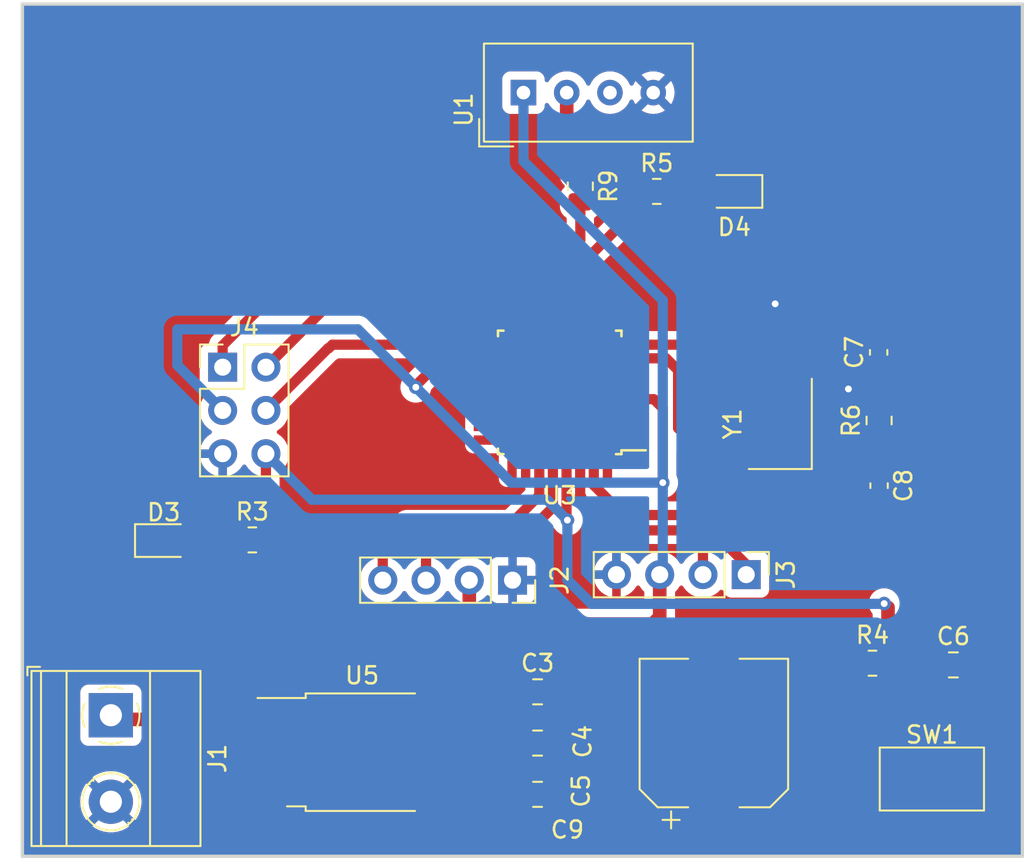
<source format=kicad_pcb>
(kicad_pcb (version 20221018) (generator pcbnew)
  (layers (0 "F.Cu" signal) (31 "B.Cu" signal) (34 "B.Paste" user) (35 "F.Paste" user) (36 "B.SilkS" user "B.Silkscreen") (37 "F.SilkS" user "F.Silkscreen") (38 "B.Mask" user) (39 "F.Mask" user) (44 "Edge.Cuts" user))
  (net 0 "")
  (net 1 "+5V")
  (net 2 "GND")
  (net 3 "RESET")
  (net 4 "XTAL2")
  (net 5 "XTAL1")
  (net 6 "Net-(D3-A)")
  (net 7 "Net-(D4-A)")
  (net 8 "VIN")
  (net 9 "SCL")
  (net 10 "SDA")
  (net 11 "TXD")
  (net 12 "RXD")
  (net 13 "MISO")
  (net 14 "SCK")
  (net 15 "MOSI")
  (net 16 "LED")
  (net 17 "Net-(U1-IO)")
  (net 18 "PD1")
  (footprint "Connector_PinHeader_2.54mm:PinHeader_2x03_P2.54mm_Vertical" (layer "F.Cu") (at 127.735 86.82)
    (fp_text reference "J4" (at 1.27 -2.33) (layer "F.SilkS"))
    (fp_text value "ISP")
    (fp_line (start -1.33 -1.33) (end 0 -1.33) (stroke (width 0.12)) (layer "F.SilkS"))
    (fp_line (start -1.33 0) (end -1.33 -1.33) (stroke (width 0.12)) (layer "F.SilkS"))
    (fp_line (start -1.33 1.27) (end -1.33 6.41) (stroke (width 0.12)) (layer "F.SilkS"))
    (fp_line (start -1.33 1.27) (end 1.27 1.27) (stroke (width 0.12)) (layer "F.SilkS"))
    (fp_line (start -1.33 6.41) (end 3.87 6.41) (stroke (width 0.12)) (layer "F.SilkS"))
    (fp_line (start 1.27 -1.33) (end 3.87 -1.33) (stroke (width 0.12)) (layer "F.SilkS"))
    (fp_line (start 1.27 1.27) (end 1.27 -1.33) (stroke (width 0.12)) (layer "F.SilkS"))
    (fp_line (start 3.87 -1.33) (end 3.87 6.41) (stroke (width 0.12)) (layer "F.SilkS"))
    (pad "1" thru_hole rect (at 0 0) (size 1.7 1.7) (drill 1) (layers "*.Cu" "*.Mask") (net 15 "MOSI"))
    (pad "2" thru_hole oval (at 2.54 0) (size 1.7 1.7) (drill 1) (layers "*.Cu" "*.Mask") (net 13 "MISO"))
    (pad "3" thru_hole oval (at 0 2.54) (size 1.7 1.7) (drill 1) (layers "*.Cu" "*.Mask") (net 1 "+5V"))
    (pad "4" thru_hole oval (at 2.54 2.54) (size 1.7 1.7) (drill 1) (layers "*.Cu" "*.Mask") (net 14 "SCK"))
    (pad "5" thru_hole oval (at 0 5.08) (size 1.7 1.7) (drill 1) (layers "*.Cu" "*.Mask") (net 2 "GND"))
    (pad "6" thru_hole oval (at 2.54 5.08) (size 1.7 1.7) (drill 1) (layers "*.Cu" "*.Mask") (net 3 "RESET"))
  )
  (footprint "TerminalBlock_Phoenix:TerminalBlock_Phoenix_MKDS-1,5-2-5.08_1x02_P5.08mm_Horizontal" (layer "F.Cu") (at 121.17 107.255 -90)
    (fp_text reference "J1" (at 2.54 -6.26 90) (layer "F.SilkS"))
    (fp_text value "Conn_01x02")
    (fp_line (start -2.84 4.16) (end -2.84 4.9) (stroke (width 0.12)) (layer "F.SilkS"))
    (fp_line (start -2.84 4.9) (end -2.34 4.9) (stroke (width 0.12)) (layer "F.SilkS"))
    (fp_line (start -2.6 -5.261) (end -2.6 4.66) (stroke (width 0.12)) (layer "F.SilkS"))
    (fp_line (start -2.6 -5.261) (end 7.68 -5.261) (stroke (width 0.12)) (layer "F.SilkS"))
    (fp_line (start -2.6 -2.301) (end 7.68 -2.301) (stroke (width 0.12)) (layer "F.SilkS"))
    (fp_line (start -2.6 2.6) (end 7.68 2.6) (stroke (width 0.12)) (layer "F.SilkS"))
    (fp_line (start -2.6 4.1) (end 7.68 4.1) (stroke (width 0.12)) (layer "F.SilkS"))
    (fp_line (start -2.6 4.66) (end 7.68 4.66) (stroke (width 0.12)) (layer "F.SilkS"))
    (fp_line (start 3.853 1.023) (end 3.806 1.069) (stroke (width 0.12)) (layer "F.SilkS"))
    (fp_line (start 4.046 1.239) (end 4.011 1.274) (stroke (width 0.12)) (layer "F.SilkS"))
    (fp_line (start 6.15 -1.275) (end 6.115 -1.239) (stroke (width 0.12)) (layer "F.SilkS"))
    (fp_line (start 6.355 -1.069) (end 6.308 -1.023) (stroke (width 0.12)) (layer "F.SilkS"))
    (fp_line (start 7.68 -5.261) (end 7.68 4.66) (stroke (width 0.12)) (layer "F.SilkS"))
    (fp_arc (start -1.535427 0.683042) (mid -1.680501 -0.000524) (end -1.535 -0.684) (stroke (width 0.12)) (layer "F.SilkS"))
    (fp_arc (start -0.683042 -1.535427) (mid 0.000524 -1.680501) (end 0.684 -1.535) (stroke (width 0.12)) (layer "F.SilkS"))
    (fp_arc (start 0.028805 1.680253) (mid -0.335551 1.646659) (end -0.684 1.535) (stroke (width 0.12)) (layer "F.SilkS"))
    (fp_arc (start 0.683318 1.534756) (mid 0.349292 1.643288) (end 0 1.68) (stroke (width 0.12)) (layer "F.SilkS"))
    (fp_arc (start 1.535427 -0.683042) (mid 1.680501 0.000524) (end 1.535 0.684) (stroke (width 0.12)) (layer "F.SilkS"))
    (fp_circle (center 5.08 0) (end 6.76 0) (stroke (width 0.12)) (fill none) (layer "F.SilkS"))
    (pad "1" thru_hole rect (at 0 0 270) (size 2.6 2.6) (drill 1.3) (layers "*.Cu" "*.Mask") (net 8 "VIN"))
    (pad "2" thru_hole circle (at 5.08 0 270) (size 2.6 2.6) (drill 1.3) (layers "*.Cu" "*.Mask") (net 2 "GND"))
  )
  (footprint "Resistor_SMD:R_0805_2012Metric" (layer "F.Cu") (at 166.275 89.95 90)
    (fp_text reference "R6" (at 0 -1.65 90) (layer "F.SilkS"))
    (fp_text value "1M")
    (fp_line (start -0.227064 -0.735) (end 0.227064 -0.735) (stroke (width 0.12)) (layer "F.SilkS"))
    (fp_line (start -0.227064 0.735) (end 0.227064 0.735) (stroke (width 0.12)) (layer "F.SilkS"))
    (pad "1" smd roundrect (at -0.9125 0 90) (size 1.025 1.4) (layers "F.Cu" "F.Paste" "F.Mask") (roundrect_rratio 0.243902) (net 5 "XTAL1"))
    (pad "2" smd roundrect (at 0.9125 0 90) (size 1.025 1.4) (layers "F.Cu" "F.Paste" "F.Mask") (roundrect_rratio 0.243902) (net 4 "XTAL2"))
  )
  (footprint "Resistor_SMD:R_0805_2012Metric" (layer "F.Cu") (at 165.8875 104.2)
    (fp_text reference "R4" (at 0 -1.65) (layer "F.SilkS"))
    (fp_text value "4K7")
    (fp_line (start -0.227064 -0.735) (end 0.227064 -0.735) (stroke (width 0.12)) (layer "F.SilkS"))
    (fp_line (start -0.227064 0.735) (end 0.227064 0.735) (stroke (width 0.12)) (layer "F.SilkS"))
    (pad "1" smd roundrect (at -0.9125 0) (size 1.025 1.4) (layers "F.Cu" "F.Paste" "F.Mask") (roundrect_rratio 0.243902) (net 1 "+5V"))
    (pad "2" smd roundrect (at 0.9125 0) (size 1.025 1.4) (layers "F.Cu" "F.Paste" "F.Mask") (roundrect_rratio 0.243902) (net 3 "RESET"))
  )
  (footprint "Capacitor_SMD:CP_Elec_8x10.5" (layer "F.Cu") (at 156.575 108.3 90)
    (fp_text reference "C9" (at -5.68 -8.6) (layer "F.SilkS"))
    (fp_text value "220UF 25V")
    (fp_line (start -5.6 -2.51) (end -4.6 -2.51) (stroke (width 0.12)) (layer "F.SilkS"))
    (fp_line (start -5.1 -3.01) (end -5.1 -2.01) (stroke (width 0.12)) (layer "F.SilkS"))
    (fp_line (start -4.36 -3.295563) (end -4.36 -1.51) (stroke (width 0.12)) (layer "F.SilkS"))
    (fp_line (start -4.36 -3.295563) (end -3.295563 -4.36) (stroke (width 0.12)) (layer "F.SilkS"))
    (fp_line (start -4.36 3.295563) (end -4.36 1.51) (stroke (width 0.12)) (layer "F.SilkS"))
    (fp_line (start -4.36 3.295563) (end -3.295563 4.36) (stroke (width 0.12)) (layer "F.SilkS"))
    (fp_line (start -3.295563 -4.36) (end 4.36 -4.36) (stroke (width 0.12)) (layer "F.SilkS"))
    (fp_line (start -3.295563 4.36) (end 4.36 4.36) (stroke (width 0.12)) (layer "F.SilkS"))
    (fp_line (start 4.36 -4.36) (end 4.36 -1.51) (stroke (width 0.12)) (layer "F.SilkS"))
    (fp_line (start 4.36 4.36) (end 4.36 1.51) (stroke (width 0.12)) (layer "F.SilkS"))
    (pad "1" smd roundrect (at -3.7 0 90) (size 4.4 2.5) (layers "F.Cu" "F.Paste" "F.Mask") (roundrect_rratio 0.1) (net 1 "+5V"))
    (pad "2" smd roundrect (at 3.7 0 90) (size 4.4 2.5) (layers "F.Cu" "F.Paste" "F.Mask") (roundrect_rratio 0.1) (net 2 "GND"))
  )
  (footprint "Capacitor_SMD:C_0805_2012Metric" (layer "F.Cu") (at 170.6375 104.3)
    (fp_text reference "C6" (at 0 -1.68) (layer "F.SilkS"))
    (fp_text value "100nF")
    (fp_line (start -0.261252 -0.735) (end 0.261252 -0.735) (stroke (width 0.12)) (layer "F.SilkS"))
    (fp_line (start -0.261252 0.735) (end 0.261252 0.735) (stroke (width 0.12)) (layer "F.SilkS"))
    (pad "1" smd roundrect (at -0.95 0) (size 1 1.45) (layers "F.Cu" "F.Paste" "F.Mask") (net 3 "RESET"))
    (pad "2" smd roundrect (at 0.95 0) (size 1 1.45) (layers "F.Cu" "F.Paste" "F.Mask") (net 2 "GND"))
  )
  (footprint "LED_SMD:LED_0805_2012Metric" (layer "F.Cu") (at 157.735 76.5 180)
    (fp_text reference "D4" (at -0.04 -2.1) (layer "F.SilkS"))
    (fp_text value "LED_Small")
    (fp_line (start -1.685 -0.96) (end -1.685 0.96) (stroke (width 0.12)) (layer "F.SilkS"))
    (fp_line (start -1.685 0.96) (end 1 0.96) (stroke (width 0.12)) (layer "F.SilkS"))
    (fp_line (start 1 -0.96) (end -1.685 -0.96) (stroke (width 0.12)) (layer "F.SilkS"))
    (pad "1" smd roundrect (at -0.9375 0 180) (size 0.975 1.4) (layers "F.Cu" "F.Paste" "F.Mask") (net 2 "GND"))
    (pad "2" smd roundrect (at 0.9375 0 180) (size 0.975 1.4) (layers "F.Cu" "F.Paste" "F.Mask") (net 7 "Net-(D4-A)"))
  )
  (footprint "LED_SMD:LED_0805_2012Metric" (layer "F.Cu") (at 124.275 97)
    (fp_text reference "D3" (at 0 -1.65) (layer "F.SilkS"))
    (fp_text value "LED_Small")
    (fp_line (start -1.685 -0.96) (end -1.685 0.96) (stroke (width 0.12)) (layer "F.SilkS"))
    (fp_line (start -1.685 0.96) (end 1 0.96) (stroke (width 0.12)) (layer "F.SilkS"))
    (fp_line (start 1 -0.96) (end -1.685 -0.96) (stroke (width 0.12)) (layer "F.SilkS"))
    (pad "1" smd roundrect (at -0.9375 0) (size 0.975 1.4) (layers "F.Cu" "F.Paste" "F.Mask") (net 2 "GND"))
    (pad "2" smd roundrect (at 0.9375 0) (size 0.975 1.4) (layers "F.Cu" "F.Paste" "F.Mask") (net 6 "Net-(D3-A)"))
  )
  (footprint "Capacitor_SMD:C_0805_2012Metric" (layer "F.Cu") (at 146.225 111.9)
    (fp_text reference "C5" (at 2.55 -0.2 90) (layer "F.SilkS"))
    (fp_text value "100nF")
    (fp_line (start -0.261252 -0.735) (end 0.261252 -0.735) (stroke (width 0.12)) (layer "F.SilkS"))
    (fp_line (start -0.261252 0.735) (end 0.261252 0.735) (stroke (width 0.12)) (layer "F.SilkS"))
    (pad "1" smd roundrect (at -0.95 0) (size 1 1.45) (layers "F.Cu" "F.Paste" "F.Mask") (net 1 "+5V"))
    (pad "2" smd roundrect (at 0.95 0) (size 1 1.45) (layers "F.Cu" "F.Paste" "F.Mask") (net 2 "GND"))
  )
  (footprint "Resistor_SMD:R_0805_2012Metric" (layer "F.Cu") (at 129.475 96.96)
    (fp_text reference "R3" (at 0 -1.65) (layer "F.SilkS"))
    (fp_text value "330R")
    (fp_line (start -0.227064 -0.735) (end 0.227064 -0.735) (stroke (width 0.12)) (layer "F.SilkS"))
    (fp_line (start -0.227064 0.735) (end 0.227064 0.735) (stroke (width 0.12)) (layer "F.SilkS"))
    (pad "1" smd roundrect (at -0.9125 0) (size 1.025 1.4) (layers "F.Cu" "F.Paste" "F.Mask") (roundrect_rratio 0.243902) (net 6 "Net-(D3-A)"))
    (pad "2" smd roundrect (at 0.9125 0) (size 1.025 1.4) (layers "F.Cu" "F.Paste" "F.Mask") (roundrect_rratio 0.243902) (net 3 "RESET"))
  )
  (footprint "Capacitor_SMD:C_0603_1608Metric" (layer "F.Cu") (at 166.275 93.775 -90)
    (fp_text reference "C8" (at 0 -1.43 90) (layer "F.SilkS"))
    (fp_text value "18pF")
    (fp_line (start -0.14058 -0.51) (end 0.14058 -0.51) (stroke (width 0.12)) (layer "F.SilkS"))
    (fp_line (start -0.14058 0.51) (end 0.14058 0.51) (stroke (width 0.12)) (layer "F.SilkS"))
    (pad "1" smd roundrect (at -0.775 0 270) (size 0.9 0.95) (layers "F.Cu" "F.Paste" "F.Mask") (net 5 "XTAL1"))
    (pad "2" smd roundrect (at 0.775 0 270) (size 0.9 0.95) (layers "F.Cu" "F.Paste" "F.Mask") (net 2 "GND"))
  )
  (footprint "Sensor:Aosong_DHT11_5.5x12.0_P2.54mm" (layer "F.Cu") (at 145.395 70.7 90)
    (fp_text reference "U1" (at -1 -3.5 90) (layer "F.SilkS"))
    (fp_text value "DHT11")
    (fp_line (start -3.16 -2.6) (end -3.16 -0.6) (stroke (width 0.12)) (layer "F.SilkS"))
    (fp_line (start -3.16 -2.6) (end -1.55 -2.6) (stroke (width 0.12)) (layer "F.SilkS"))
    (fp_line (start -2.88 9.94) (end -2.88 -2.31) (stroke (width 0.12)) (layer "F.SilkS"))
    (fp_line (start -2.87 -2.32) (end 2.87 -2.32) (stroke (width 0.12)) (layer "F.SilkS"))
    (fp_line (start 2.88 -2.32) (end 2.88 9.94) (stroke (width 0.12)) (layer "F.SilkS"))
    (fp_line (start 2.88 9.94) (end -2.88 9.94) (stroke (width 0.12)) (layer "F.SilkS"))
    (pad "1" thru_hole rect (at 0 0 90) (size 1.5 1.5) (drill 0.8) (layers "*.Cu" "*.Mask") (net 1 "+5V"))
    (pad "2" thru_hole circle (at 0 2.54 90) (size 1.5 1.5) (drill 0.8) (layers "*.Cu" "*.Mask") (net 17 "Net-(U1-IO)"))
    (pad "3" thru_hole circle (at 0 5.08 90) (size 1.5 1.5) (drill 0.8) (layers "*.Cu" "*.Mask"))
    (pad "4" thru_hole circle (at 0 7.62 90) (size 1.5 1.5) (drill 0.8) (layers "*.Cu" "*.Mask") (net 2 "GND"))
  )
  (footprint "Connector_PinHeader_2.54mm:PinHeader_1x04_P2.54mm_Vertical" (layer "F.Cu") (at 158.475 99 -90)
    (fp_text reference "J3" (at 0 -2.33 90) (layer "F.SilkS"))
    (fp_text value "UART")
    (fp_line (start -1.33 -1.33) (end 0 -1.33) (stroke (width 0.12)) (layer "F.SilkS"))
    (fp_line (start -1.33 0) (end -1.33 -1.33) (stroke (width 0.12)) (layer "F.SilkS"))
    (fp_line (start -1.33 1.27) (end -1.33 8.95) (stroke (width 0.12)) (layer "F.SilkS"))
    (fp_line (start -1.33 1.27) (end 1.33 1.27) (stroke (width 0.12)) (layer "F.SilkS"))
    (fp_line (start -1.33 8.95) (end 1.33 8.95) (stroke (width 0.12)) (layer "F.SilkS"))
    (fp_line (start 1.33 1.27) (end 1.33 8.95) (stroke (width 0.12)) (layer "F.SilkS"))
    (pad "1" thru_hole rect (at 0 0 270) (size 1.7 1.7) (drill 1) (layers "*.Cu" "*.Mask") (net 11 "TXD"))
    (pad "2" thru_hole oval (at 0 2.54 270) (size 1.7 1.7) (drill 1) (layers "*.Cu" "*.Mask") (net 12 "RXD"))
    (pad "3" thru_hole oval (at 0 5.08 270) (size 1.7 1.7) (drill 1) (layers "*.Cu" "*.Mask") (net 1 "+5V"))
    (pad "4" thru_hole oval (at 0 7.62 270) (size 1.7 1.7) (drill 1) (layers "*.Cu" "*.Mask") (net 2 "GND"))
  )
  (footprint "Package_QFP:TQFP-32_7x7mm_P0.8mm" (layer "F.Cu") (at 147.525 88.3 180)
    (fp_text reference "U3" (at 0 -6.05) (layer "F.SilkS"))
    (fp_text value "ATmega328PB-A")
    (fp_line (start -3.625 -3.625) (end -3.625 -3.4) (stroke (width 0.15)) (layer "F.SilkS"))
    (fp_line (start -3.625 -3.625) (end -3.3 -3.625) (stroke (width 0.15)) (layer "F.SilkS"))
    (fp_line (start -3.625 -3.4) (end -5.05 -3.4) (stroke (width 0.15)) (layer "F.SilkS"))
    (fp_line (start -3.625 3.625) (end -3.625 3.3) (stroke (width 0.15)) (layer "F.SilkS"))
    (fp_line (start -3.625 3.625) (end -3.3 3.625) (stroke (width 0.15)) (layer "F.SilkS"))
    (fp_line (start 3.625 -3.625) (end 3.3 -3.625) (stroke (width 0.15)) (layer "F.SilkS"))
    (fp_line (start 3.625 -3.625) (end 3.625 -3.3) (stroke (width 0.15)) (layer "F.SilkS"))
    (fp_line (start 3.625 3.625) (end 3.3 3.625) (stroke (width 0.15)) (layer "F.SilkS"))
    (fp_line (start 3.625 3.625) (end 3.625 3.3) (stroke (width 0.15)) (layer "F.SilkS"))
    (pad "1" smd rect (at -4.25 -2.8 180) (size 1.6 0.55) (layers "F.Cu" "F.Paste" "F.Mask"))
    (pad "2" smd rect (at -4.25 -2 180) (size 1.6 0.55) (layers "F.Cu" "F.Paste" "F.Mask"))
    (pad "3" smd rect (at -4.25 -1.2 180) (size 1.6 0.55) (layers "F.Cu" "F.Paste" "F.Mask"))
    (pad "4" smd rect (at -4.25 -0.4 180) (size 1.6 0.55) (layers "F.Cu" "F.Paste" "F.Mask") (net 1 "+5V"))
    (pad "5" smd rect (at -4.25 0.4 180) (size 1.6 0.55) (layers "F.Cu" "F.Paste" "F.Mask") (net 2 "GND"))
    (pad "6" smd rect (at -4.25 1.2 180) (size 1.6 0.55) (layers "F.Cu" "F.Paste" "F.Mask"))
    (pad "7" smd rect (at -4.25 2 180) (size 1.6 0.55) (layers "F.Cu" "F.Paste" "F.Mask") (net 5 "XTAL1"))
    (pad "8" smd rect (at -4.25 2.8 180) (size 1.6 0.55) (layers "F.Cu" "F.Paste" "F.Mask") (net 4 "XTAL2"))
    (pad "9" smd rect (at -2.8 4.25 270) (size 1.6 0.55) (layers "F.Cu" "F.Paste" "F.Mask"))
    (pad "10" smd rect (at -2 4.25 270) (size 1.6 0.55) (layers "F.Cu" "F.Paste" "F.Mask"))
    (pad "11" smd rect (at -1.2 4.25 270) (size 1.6 0.55) (layers "F.Cu" "F.Paste" "F.Mask") (net 16 "LED"))
    (pad "12" smd rect (at -0.4 4.25 270) (size 1.6 0.55) (layers "F.Cu" "F.Paste" "F.Mask") (net 18 "PD1"))
    (pad "13" smd rect (at 0.4 4.25 270) (size 1.6 0.55) (layers "F.Cu" "F.Paste" "F.Mask"))
    (pad "14" smd rect (at 1.2 4.25 270) (size 1.6 0.55) (layers "F.Cu" "F.Paste" "F.Mask"))
    (pad "15" smd rect (at 2 4.25 270) (size 1.6 0.55) (layers "F.Cu" "F.Paste" "F.Mask") (net 15 "MOSI"))
    (pad "16" smd rect (at 2.8 4.25 270) (size 1.6 0.55) (layers "F.Cu" "F.Paste" "F.Mask") (net 13 "MISO"))
    (pad "17" smd rect (at 4.25 2.8 180) (size 1.6 0.55) (layers "F.Cu" "F.Paste" "F.Mask") (net 14 "SCK"))
    (pad "18" smd rect (at 4.25 2 180) (size 1.6 0.55) (layers "F.Cu" "F.Paste" "F.Mask") (net 1 "+5V"))
    (pad "19" smd rect (at 4.25 1.2 180) (size 1.6 0.55) (layers "F.Cu" "F.Paste" "F.Mask"))
    (pad "20" smd rect (at 4.25 0.4 180) (size 1.6 0.55) (layers "F.Cu" "F.Paste" "F.Mask"))
    (pad "21" smd rect (at 4.25 -0.4 180) (size 1.6 0.55) (layers "F.Cu" "F.Paste" "F.Mask") (net 2 "GND"))
    (pad "22" smd rect (at 4.25 -1.2 180) (size 1.6 0.55) (layers "F.Cu" "F.Paste" "F.Mask"))
    (pad "23" smd rect (at 4.25 -2 180) (size 1.6 0.55) (layers "F.Cu" "F.Paste" "F.Mask"))
    (pad "24" smd rect (at 4.25 -2.8 180) (size 1.6 0.55) (layers "F.Cu" "F.Paste" "F.Mask"))
    (pad "25" smd rect (at 2.8 -4.25 270) (size 1.6 0.55) (layers "F.Cu" "F.Paste" "F.Mask"))
    (pad "26" smd rect (at 2 -4.25 270) (size 1.6 0.55) (layers "F.Cu" "F.Paste" "F.Mask"))
    (pad "27" smd rect (at 1.2 -4.25 270) (size 1.6 0.55) (layers "F.Cu" "F.Paste" "F.Mask") (net 10 "SDA"))
    (pad "28" smd rect (at 0.4 -4.25 270) (size 1.6 0.55) (layers "F.Cu" "F.Paste" "F.Mask") (net 9 "SCL"))
    (pad "29" smd rect (at -0.4 -4.25 270) (size 1.6 0.55) (layers "F.Cu" "F.Paste" "F.Mask") (net 3 "RESET"))
    (pad "30" smd rect (at -1.2 -4.25 270) (size 1.6 0.55) (layers "F.Cu" "F.Paste" "F.Mask") (net 12 "RXD"))
    (pad "31" smd rect (at -2 -4.25 270) (size 1.6 0.55) (layers "F.Cu" "F.Paste" "F.Mask") (net 11 "TXD"))
    (pad "32" smd rect (at -2.8 -4.25 270) (size 1.6 0.55) (layers "F.Cu" "F.Paste" "F.Mask"))
  )
  (footprint "Package_TO_SOT_SMD:TO-252-2" (layer "F.Cu") (at 135.92 109.425)
    (fp_text reference "U5" (at 0 -4.5) (layer "F.SilkS"))
    (fp_text value "L7805")
    (fp_line (start -3.31 -3.45) (end -3.31 -3.18) (stroke (width 0.12)) (layer "F.SilkS"))
    (fp_line (start -3.31 -3.18) (end -6.14 -3.18) (stroke (width 0.12)) (layer "F.SilkS"))
    (fp_line (start -3.31 3.18) (end -4.41 3.18) (stroke (width 0.12)) (layer "F.SilkS"))
    (fp_line (start -3.31 3.45) (end -3.31 3.18) (stroke (width 0.12)) (layer "F.SilkS"))
    (fp_line (start 3.11 -3.45) (end -3.31 -3.45) (stroke (width 0.12)) (layer "F.SilkS"))
    (fp_line (start 3.11 3.45) (end -3.31 3.45) (stroke (width 0.12)) (layer "F.SilkS"))
    (pad "1" smd roundrect (at -5.04 -2.28) (size 2.2 1.2) (layers "F.Cu" "F.Paste" "F.Mask") (roundrect_rratio 0.208333) (net 8 "VIN"))
    (pad "2" smd roundrect (at -0.415 -1.525) (size 3.05 2.75) (layers "F.Cu" "F.Paste") (roundrect_rratio 0.090909) (net 2 "GND"))
    (pad "2" smd roundrect (at -0.415 1.525) (size 3.05 2.75) (layers "F.Cu" "F.Paste") (roundrect_rratio 0.090909) (net 2 "GND"))
    (pad "2" smd roundrect (at 1.26 0) (size 6.4 5.8) (layers "F.Cu" "F.Mask") (roundrect_rratio 0.043103) (net 2 "GND"))
    (pad "2" smd roundrect (at 2.935 -1.525) (size 3.05 2.75) (layers "F.Cu" "F.Paste") (roundrect_rratio 0.090909) (net 2 "GND"))
    (pad "2" smd roundrect (at 2.935 1.525) (size 3.05 2.75) (layers "F.Cu" "F.Paste") (roundrect_rratio 0.090909) (net 2 "GND"))
    (pad "3" smd roundrect (at -5.04 2.28) (size 2.2 1.2) (layers "F.Cu" "F.Paste" "F.Mask") (roundrect_rratio 0.208333) (net 1 "+5V"))
  )
  (footprint "Capacitor_SMD:C_0603_1608Metric" (layer "F.Cu") (at 166.25 85.95 90)
    (fp_text reference "C7" (at 0 -1.43 90) (layer "F.SilkS"))
    (fp_text value "18pF")
    (fp_line (start -0.14058 -0.51) (end 0.14058 -0.51) (stroke (width 0.12)) (layer "F.SilkS"))
    (fp_line (start -0.14058 0.51) (end 0.14058 0.51) (stroke (width 0.12)) (layer "F.SilkS"))
    (pad "1" smd roundrect (at -0.775 0 90) (size 0.9 0.95) (layers "F.Cu" "F.Paste" "F.Mask") (net 4 "XTAL2"))
    (pad "2" smd roundrect (at 0.775 0 90) (size 0.9 0.95) (layers "F.Cu" "F.Paste" "F.Mask") (net 2 "GND"))
  )
  (footprint "Capacitor_SMD:C_0805_2012Metric" (layer "F.Cu") (at 146.225 108.89)
    (fp_text reference "C4" (at 2.65 -0.09 90) (layer "F.SilkS"))
    (fp_text value "100nF")
    (fp_line (start -0.261252 -0.735) (end 0.261252 -0.735) (stroke (width 0.12)) (layer "F.SilkS"))
    (fp_line (start -0.261252 0.735) (end 0.261252 0.735) (stroke (width 0.12)) (layer "F.SilkS"))
    (pad "1" smd roundrect (at -0.95 0) (size 1 1.45) (layers "F.Cu" "F.Paste" "F.Mask") (net 1 "+5V"))
    (pad "2" smd roundrect (at 0.95 0) (size 1 1.45) (layers "F.Cu" "F.Paste" "F.Mask") (net 2 "GND"))
  )
  (footprint "Capacitor_SMD:C_0805_2012Metric" (layer "F.Cu") (at 146.225 105.88)
    (fp_text reference "C3" (at 0 -1.68) (layer "F.SilkS"))
    (fp_text value "100nF")
    (fp_line (start -0.261252 -0.735) (end 0.261252 -0.735) (stroke (width 0.12)) (layer "F.SilkS"))
    (fp_line (start -0.261252 0.735) (end 0.261252 0.735) (stroke (width 0.12)) (layer "F.SilkS"))
    (pad "1" smd roundrect (at -0.95 0) (size 1 1.45) (layers "F.Cu" "F.Paste" "F.Mask") (net 1 "+5V"))
    (pad "2" smd roundrect (at 0.95 0) (size 1 1.45) (layers "F.Cu" "F.Paste" "F.Mask") (net 2 "GND"))
  )
  (footprint "Crystal:Crystal_SMD_5032-4Pin_5.0x3.2mm" (layer "F.Cu") (at 160.475 90.15 90)
    (fp_text reference "Y1" (at 0 -2.8 90) (layer "F.SilkS"))
    (fp_text value "16MHz")
    (fp_line (start -2.65 -1.85) (end -2.65 1.85) (stroke (width 0.12)) (layer "F.SilkS"))
    (fp_line (start -2.65 1.85) (end 2.65 1.85) (stroke (width 0.12)) (layer "F.SilkS"))
    (pad "1" smd rect (at -1.65 1 90) (size 1.6 1.3) (layers "F.Cu" "F.Paste" "F.Mask") (net 5 "XTAL1"))
    (pad "2" smd rect (at 1.65 1 90) (size 1.6 1.3) (layers "F.Cu" "F.Paste" "F.Mask") (net 2 "GND"))
    (pad "3" smd rect (at 1.65 -1 90) (size 1.6 1.3) (layers "F.Cu" "F.Paste" "F.Mask") (net 4 "XTAL2"))
    (pad "4" smd rect (at -1.65 -1 90) (size 1.6 1.3) (layers "F.Cu" "F.Paste" "F.Mask") (net 2 "GND"))
  )
  (footprint "Connector_PinSocket_2.54mm:PinSocket_1x04_P2.54mm_Vertical" (layer "F.Cu") (at 144.755 99.325 -90)
    (fp_text reference "J2" (at 0 -2.77 90) (layer "F.SilkS"))
    (fp_text value "Conn_01x04")
    (fp_line (start -1.33 1.27) (end -1.33 8.95) (stroke (width 0.12)) (layer "F.SilkS"))
    (fp_line (start -1.33 1.27) (end 1.33 1.27) (stroke (width 0.12)) (layer "F.SilkS"))
    (fp_line (start -1.33 8.95) (end 1.33 8.95) (stroke (width 0.12)) (layer "F.SilkS"))
    (fp_line (start 0 -1.33) (end 1.33 -1.33) (stroke (width 0.12)) (layer "F.SilkS"))
    (fp_line (start 1.33 -1.33) (end 1.33 0) (stroke (width 0.12)) (layer "F.SilkS"))
    (fp_line (start 1.33 1.27) (end 1.33 8.95) (stroke (width 0.12)) (layer "F.SilkS"))
    (pad "1" thru_hole rect (at 0 0 270) (size 1.7 1.7) (drill 1) (layers "*.Cu" "*.Mask") (net 2 "GND"))
    (pad "2" thru_hole oval (at 0 2.54 270) (size 1.7 1.7) (drill 1) (layers "*.Cu" "*.Mask") (net 1 "+5V"))
    (pad "3" thru_hole oval (at 0 5.08 270) (size 1.7 1.7) (drill 1) (layers "*.Cu" "*.Mask") (net 9 "SCL"))
    (pad "4" thru_hole oval (at 0 7.62 270) (size 1.7 1.7) (drill 1) (layers "*.Cu" "*.Mask") (net 10 "SDA"))
  )
  (footprint "Button_Switch_SMD:SW_SPST_CK_RS282G05A3" (layer "F.Cu") (at 169.375 111)
    (fp_text reference "SW1" (at 0 -2.6) (layer "F.SilkS"))
    (fp_text value "6x6 SMD")
    (fp_line (start -3.06 -1.85) (end 3.06 -1.85) (stroke (width 0.12)) (layer "F.SilkS"))
    (fp_line (start -3.06 1.85) (end -3.06 -1.85) (stroke (width 0.12)) (layer "F.SilkS"))
    (fp_line (start 3.06 -1.85) (end 3.06 1.85) (stroke (width 0.12)) (layer "F.SilkS"))
    (fp_line (start 3.06 1.85) (end -3.06 1.85) (stroke (width 0.12)) (layer "F.SilkS"))
    (pad "1" smd rect (at -3.9 0) (size 1.5 1.5) (layers "F.Cu" "F.Paste" "F.Mask") (net 3 "RESET"))
    (pad "2" smd rect (at 3.9 0) (size 1.5 1.5) (layers "F.Cu" "F.Paste" "F.Mask") (net 2 "GND"))
  )
  (footprint "Resistor_SMD:R_0805_2012Metric" (layer "F.Cu") (at 148.735 76.2 -90)
    (fp_text reference "R9" (at 0 -1.65 90) (layer "F.SilkS"))
    (fp_text value "5k")
    (fp_line (start -0.227064 -0.735) (end 0.227064 -0.735) (stroke (width 0.12)) (layer "F.SilkS"))
    (fp_line (start -0.227064 0.735) (end 0.227064 0.735) (stroke (width 0.12)) (layer "F.SilkS"))
    (pad "1" smd roundrect (at -0.9125 0 270) (size 1.025 1.4) (layers "F.Cu" "F.Paste" "F.Mask") (roundrect_rratio 0.243902) (net 17 "Net-(U1-IO)"))
    (pad "2" smd roundrect (at 0.9125 0 270) (size 1.025 1.4) (layers "F.Cu" "F.Paste" "F.Mask") (roundrect_rratio 0.243902) (net 18 "PD1"))
  )
  (footprint "Resistor_SMD:R_0805_2012Metric" (layer "F.Cu") (at 153.2225 76.5)
    (fp_text reference "R5" (at 0 -1.65) (layer "F.SilkS"))
    (fp_text value "1K")
    (fp_line (start -0.227064 -0.735) (end 0.227064 -0.735) (stroke (width 0.12)) (layer "F.SilkS"))
    (fp_line (start -0.227064 0.735) (end 0.227064 0.735) (stroke (width 0.12)) (layer "F.SilkS"))
    (pad "1" smd roundrect (at -0.9125 0) (size 1.025 1.4) (layers "F.Cu" "F.Paste" "F.Mask") (roundrect_rratio 0.243902) (net 16 "LED"))
    (pad "2" smd roundrect (at 0.9125 0) (size 1.025 1.4) (layers "F.Cu" "F.Paste" "F.Mask") (roundrect_rratio 0.243902) (net 7 "Net-(D4-A)"))
  )
  (gr_rect (start 115.975 65.5) (end 174.693882 115.537766) (stroke (width 0.2)) (fill none) (layer "Edge.Cuts"))
  (segment (start 162.775 106.4) (end 164.975 104.2) (width 0.8) (layer "F.Cu") (net 1))
  (segment (start 162.775 112.8) (end 162.775 106.4) (width 0.8) (layer "F.Cu") (net 1))
  (segment (start 153.395 101.48) (end 153.395 99) (width 0.8) (layer "F.Cu") (net 1))
  (segment (start 156.575 113.6) (end 156.875 113.9) (width 0.8) (layer "F.Cu") (net 1))
  (segment (start 128.475 113.8) (end 128.775 114.1) (width 0.8) (layer "F.Cu") (net 1))
  (segment (start 152.975 101.9) (end 153.395 101.48) (width 0.8) (layer "F.Cu") (net 1))
  (segment (start 143.075 114.1) (end 145.275 111.9) (width 0.8) (layer "F.Cu") (net 1))
  (segment (start 154.475 114.1) (end 156.575 112) (width 0.8) (layer "F.Cu") (net 1))
  (segment (start 156.575 112) (end 156.575 113.6) (width 0.8) (layer "F.Cu") (net 1))
  (segment (start 140.675 86.3) (end 139.075 87.9) (width 0.6) (layer "F.Cu") (net 1))
  (segment (start 153.575 89.225) (end 153.05 88.7) (width 0.6) (layer "F.Cu") (net 1))
  (segment (start 139.075 88) (end 138.975 88) (width 0.6) (layer "F.Cu") (net 1))
  (segment (start 145.275 111.9) (end 145.275 108.89) (width 0.8) (layer "F.Cu") (net 1))
  (segment (start 128.775 114.1) (end 143.075 114.1) (width 0.8) (layer "F.Cu") (net 1))
  (segment (start 130.88 111.705) (end 129.07 111.705) (width 0.8) (layer "F.Cu") (net 1))
  (segment (start 145.275 104.2) (end 147.575 101.9) (width 0.8) (layer "F.Cu") (net 1))
  (segment (start 156.875 113.9) (end 161.675 113.9) (width 0.8) (layer "F.Cu") (net 1))
  (segment (start 145.275 105.88) (end 142.215 102.82) (width 0.8) (layer "F.Cu") (net 1))
  (segment (start 129.07 111.705) (end 128.475 112.3) (width 0.8) (layer "F.Cu") (net 1))
  (segment (start 145.275 108.89) (end 145.275 105.88) (width 0.8) (layer "F.Cu") (net 1))
  (segment (start 139.075 87.9) (end 139.075 88) (width 0.6) (layer "F.Cu") (net 1))
  (segment (start 147.575 101.9) (end 152.975 101.9) (width 0.8) (layer "F.Cu") (net 1))
  (segment (start 143.075 114.1) (end 154.475 114.1) (width 0.8) (layer "F.Cu") (net 1))
  (segment (start 128.475 112.3) (end 128.475 113.8) (width 0.8) (layer "F.Cu") (net 1))
  (segment (start 145.275 105.88) (end 145.275 104.2) (width 0.8) (layer "F.Cu") (net 1))
  (segment (start 153.575 93.6) (end 153.575 89.225) (width 0.6) (layer "F.Cu") (net 1))
  (segment (start 161.675 113.9) (end 162.775 112.8) (width 0.8) (layer "F.Cu") (net 1))
  (segment (start 138.975 88) (end 139.075 87.9) (width 0.6) (layer "F.Cu") (net 1))
  (segment (start 153.05 88.7) (end 151.775 88.7) (width 0.6) (layer "F.Cu") (net 1))
  (segment (start 142.215 102.82) (end 142.215 99.325) (width 0.8) (layer "F.Cu") (net 1))
  (segment (start 143.275 86.3) (end 140.675 86.3) (width 0.6) (layer "F.Cu") (net 1))
  (via (at 139.075 88) (size 0.8) (drill 0.4) (layers "F.Cu" "B.Cu") (net 1))
  (via (at 153.575 93.6) (size 0.8) (drill 0.4) (layers "F.Cu" "B.Cu") (net 1))
  (segment (start 125.075 86.7) (end 127.735 89.36) (width 0.6) (layer "B.Cu") (net 1))
  (segment (start 153.575 93.6) (end 153.575 98.82) (width 0.6) (layer "B.Cu") (net 1))
  (segment (start 139.075 88) (end 135.675 84.6) (width 0.6) (layer "B.Cu") (net 1))
  (segment (start 153.575 98.82) (end 153.395 99) (width 0.6) (layer "B.Cu") (net 1))
  (segment (start 135.675 84.6) (end 125.075 84.6) (width 0.6) (layer "B.Cu") (net 1))
  (segment (start 153.575 82.9) (end 145.395 74.72) (width 0.6) (layer "B.Cu") (net 1))
  (segment (start 153.575 93.6) (end 144.675 93.6) (width 0.6) (layer "B.Cu") (net 1))
  (segment (start 125.075 84.6) (end 125.075 86.7) (width 0.6) (layer "B.Cu") (net 1))
  (segment (start 144.675 93.6) (end 139.075 88) (width 0.6) (layer "B.Cu") (net 1))
  (segment (start 145.395 74.72) (end 145.395 70.7) (width 0.6) (layer "B.Cu") (net 1))
  (segment (start 153.575 93.6) (end 153.575 82.9) (width 0.6) (layer "B.Cu") (net 1))
  (segment (start 141.375 88.7) (end 141.075 88.4) (width 0.25) (layer "F.Cu") (net 2))
  (segment (start 143.275 88.7) (end 147.075 88.7) (width 0.25) (layer "F.Cu") (net 2))
  (segment (start 147.875 87.9) (end 151.775 87.9) (width 0.25) (layer "F.Cu") (net 2))
  (segment (start 143.275 88.7) (end 141.375 88.7) (width 0.25) (layer "F.Cu") (net 2))
  (segment (start 147.075 88.7) (end 147.875 87.9) (width 0.25) (layer "F.Cu") (net 2))
  (via (at 164.475 88.1) (size 0.8) (drill 0.4) (layers "F.Cu" "B.Cu") (net 2))
  (via (at 160.175 83.1) (size 0.8) (drill 0.4) (layers "F.Cu" "B.Cu") (net 2))
  (segment (start 147.975 95.7) (end 147.975 95.8) (width 0.6) (layer "F.Cu") (net 3))
  (segment (start 166.8 104.2) (end 169.5875 104.2) (width 0.8) (layer "F.Cu") (net 3))
  (segment (start 148.075 95.8) (end 147.975 95.7) (width 0.6) (layer "F.Cu") (net 3))
  (segment (start 130.275 96.8475) (end 130.3875 96.96) (width 0.6) (layer "F.Cu") (net 3))
  (segment (start 130.275 91.9) (end 130.275 96.8475) (width 0.6) (layer "F.Cu") (net 3))
  (segment (start 166.8 106.475) (end 166.8 104.2) (width 0.8) (layer "F.Cu") (net 3))
  (segment (start 147.975 95.8) (end 148.075 95.8) (width 0.6) (layer "F.Cu") (net 3))
  (segment (start 166.8 104.2) (end 166.8 100.925) (width 0.8) (layer "F.Cu") (net 3))
  (segment (start 169.5875 104.2) (end 169.6875 104.3) (width 0.8) (layer "F.Cu") (net 3))
  (segment (start 165.475 111) (end 165.475 107.8) (width 0.8) (layer "F.Cu") (net 3))
  (segment (start 147.925 92.55) (end 147.925 95.65) (width 0.6) (layer "F.Cu") (net 3))
  (segment (start 147.925 95.65) (end 147.975 95.7) (width 0.6) (layer "F.Cu") (net 3))
  (segment (start 165.475 107.8) (end 166.8 106.475) (width 0.8) (layer "F.Cu") (net 3))
  (via (at 147.975 95.8) (size 0.8) (drill 0.4) (layers "F.Cu" "B.Cu") (net 3))
  (via (at 166.575 100.7) (size 0.8) (drill 0.4) (layers "F.Cu" "B.Cu") (net 3))
  (segment (start 132.975 94.6) (end 130.275 91.9) (width 0.6) (layer "B.Cu") (net 3))
  (segment (start 147.975 99.3) (end 149.390054 100.715054) (width 0.6) (layer "B.Cu") (net 3))
  (segment (start 166.559946 100.715054) (end 166.575 100.7) (width 0.6) (layer "B.Cu") (net 3))
  (segment (start 147.975 95.8) (end 146.775 94.6) (width 0.6) (layer "B.Cu") (net 3))
  (segment (start 147.975 95.8) (end 147.975 99.3) (width 0.6) (layer "B.Cu") (net 3))
  (segment (start 146.775 94.6) (end 132.975 94.6) (width 0.6) (layer "B.Cu") (net 3))
  (segment (start 149.390054 100.715054) (end 166.559946 100.715054) (width 0.6) (layer "B.Cu") (net 3))
  (segment (start 166.25 89.0125) (end 166.275 89.0375) (width 0.6) (layer "F.Cu") (net 4))
  (segment (start 159.475 88.5) (end 159.475 87) (width 0.6) (layer "F.Cu") (net 4))
  (segment (start 159.875 86.6) (end 166.125 86.6) (width 0.6) (layer "F.Cu") (net 4))
  (segment (start 157.975 85.5) (end 159.475 87) (width 0.6) (layer "F.Cu") (net 4))
  (segment (start 166.125 86.6) (end 166.25 86.725) (width 0.6) (layer "F.Cu") (net 4))
  (segment (start 151.775 85.5) (end 157.975 85.5) (width 0.6) (layer "F.Cu") (net 4))
  (segment (start 159.475 87) (end 159.875 86.6) (width 0.6) (layer "F.Cu") (net 4))
  (segment (start 166.25 86.725) (end 166.25 89.0125) (width 0.6) (layer "F.Cu") (net 4))
  (segment (start 161.475 91.8) (end 163.175 91.8) (width 0.6) (layer "F.Cu") (net 5))
  (segment (start 160.575 93.8) (end 157.875 93.8) (width 0.6) (layer "F.Cu") (net 5))
  (segment (start 163.175 91.8) (end 164.1125 90.8625) (width 0.6) (layer "F.Cu") (net 5))
  (segment (start 161.475 92.9) (end 160.575 93.8) (width 0.6) (layer "F.Cu") (net 5))
  (segment (start 157.875 93.8) (end 154.475 90.4) (width 0.6) (layer "F.Cu") (net 5))
  (segment (start 153.775 86.3) (end 151.775 86.3) (width 0.6) (layer "F.Cu") (net 5))
  (segment (start 166.275 93) (end 166.275 90.8625) (width 0.6) (layer "F.Cu") (net 5))
  (segment (start 164.1125 90.8625) (end 166.275 90.8625) (width 0.6) (layer "F.Cu") (net 5))
  (segment (start 154.475 90.4) (end 154.475 87) (width 0.6) (layer "F.Cu") (net 5))
  (segment (start 161.475 91.8) (end 161.475 92.9) (width 0.6) (layer "F.Cu") (net 5))
  (segment (start 154.475 87) (end 153.775 86.3) (width 0.6) (layer "F.Cu") (net 5))
  (segment (start 128.5625 96.96) (end 125.2525 96.96) (width 0.6) (layer "F.Cu") (net 6))
  (segment (start 125.2525 96.96) (end 125.2125 97) (width 0.6) (layer "F.Cu") (net 6))
  (segment (start 154.135 76.5) (end 156.7975 76.5) (width 0.8) (layer "F.Cu") (net 7))
  (segment (start 120.675 107.5) (end 130.525 107.5) (width 0.8) (layer "F.Cu") (net 8))
  (segment (start 130.525 107.5) (end 130.88 107.145) (width 0.8) (layer "F.Cu") (net 8))
  (segment (start 139.675 97.6) (end 140.275 97) (width 0.6) (layer "F.Cu") (net 9))
  (segment (start 139.675 99.325) (end 139.675 97.6) (width 0.6) (layer "F.Cu") (net 9))
  (segment (start 140.275 97) (end 145.175 97) (width 0.6) (layer "F.Cu") (net 9))
  (segment (start 147.125 95.05) (end 147.125 92.55) (width 0.6) (layer "F.Cu") (net 9))
  (segment (start 145.175 97) (end 147.125 95.05) (width 0.6) (layer "F.Cu") (net 9))
  (segment (start 138.575 96) (end 144.675 96) (width 0.6) (layer "F.Cu") (net 10))
  (segment (start 137.135 99.325) (end 137.135 97.44) (width 0.6) (layer "F.Cu") (net 10))
  (segment (start 137.135 97.44) (end 138.575 96) (width 0.6) (layer "F.Cu") (net 10))
  (segment (start 144.675 96) (end 146.325 94.35) (width 0.6) (layer "F.Cu") (net 10))
  (segment (start 146.325 94.35) (end 146.325 92.55) (width 0.6) (layer "F.Cu") (net 10))
  (segment (start 155.575 95.5) (end 151.275 95.5) (width 0.6) (layer "F.Cu") (net 11))
  (segment (start 149.525 93.75) (end 149.525 92.55) (width 0.6) (layer "F.Cu") (net 11))
  (segment (start 158.475 98.4) (end 155.575 95.5) (width 0.6) (layer "F.Cu") (net 11))
  (segment (start 158.475 99) (end 158.475 98.4) (width 0.6) (layer "F.Cu") (net 11))
  (segment (start 151.275 95.5) (end 149.525 93.75) (width 0.6) (layer "F.Cu") (net 11))
  (segment (start 150.675 96.4) (end 148.775 94.5) (width 0.6) (layer "F.Cu") (net 12))
  (segment (start 155.935 99) (end 155.935 97.46) (width 0.6) (layer "F.Cu") (net 12))
  (segment (start 148.775 94.5) (end 148.775 94.4) (width 0.6) (layer "F.Cu") (net 12))
  (segment (start 155.935 97.46) (end 154.875 96.4) (width 0.6) (layer "F.Cu") (net 12))
  (segment (start 148.775 94.4) (end 148.725 94.35) (width 0.6) (layer "F.Cu") (net 12))
  (segment (start 148.725 94.35) (end 148.725 92.55) (width 0.6) (layer "F.Cu") (net 12))
  (segment (start 154.875 96.4) (end 150.675 96.4) (width 0.6) (layer "F.Cu") (net 12))
  (segment (start 144.275 82.5) (end 144.725 82.95) (width 0.6) (layer "F.Cu") (net 13))
  (segment (start 134.595 82.5) (end 144.275 82.5) (width 0.6) (layer "F.Cu") (net 13))
  (segment (start 130.275 86.82) (end 134.595 82.5) (width 0.6) (layer "F.Cu") (net 13))
  (segment (start 144.725 82.95) (end 144.725 84.05) (width 0.6) (layer "F.Cu") (net 13))
  (segment (start 133.935 85.7) (end 133.975 85.7) (width 0.6) (layer "F.Cu") (net 14))
  (segment (start 134.175 85.5) (end 143.275 85.5) (width 0.6) (layer "F.Cu") (net 14))
  (segment (start 130.275 89.36) (end 133.935 85.7) (width 0.6) (layer "F.Cu") (net 14))
  (segment (start 133.975 85.7) (end 134.175 85.5) (width 0.6) (layer "F.Cu") (net 14))
  (segment (start 145.525 82.45) (end 145.525 84.05) (width 0.6) (layer "F.Cu") (net 15))
  (segment (start 127.735 86.82) (end 127.735 85.54) (width 0.6) (layer "F.Cu") (net 15))
  (segment (start 131.775 81.5) (end 144.575 81.5) (width 0.6) (layer "F.Cu") (net 15))
  (segment (start 127.735 85.54) (end 131.775 81.5) (width 0.6) (layer "F.Cu") (net 15))
  (segment (start 144.575 81.5) (end 145.525 82.45) (width 0.6) (layer "F.Cu") (net 15))
  (segment (start 152.31 76.5) (end 152.31 77.265) (width 0.6) (layer "F.Cu") (net 16))
  (segment (start 148.725 80.85) (end 148.725 84.05) (width 0.6) (layer "F.Cu") (net 16))
  (segment (start 152.31 77.265) (end 148.725 80.85) (width 0.6) (layer "F.Cu") (net 16))
  (segment (start 148.735 73.86) (end 147.935 73.06) (width 0.8) (layer "F.Cu") (net 17))
  (segment (start 147.935 73.06) (end 147.935 70.7) (width 0.8) (layer "F.Cu") (net 17))
  (segment (start 148.735 75.2875) (end 148.735 73.86) (width 0.8) (layer "F.Cu") (net 17))
  (segment (start 148.735 79.34) (end 147.925 80.15) (width 0.6) (layer "F.Cu") (net 18))
  (segment (start 147.925 80.15) (end 147.925 84.05) (width 0.6) (layer "F.Cu") (net 18))
  (segment (start 148.735 77.1125) (end 148.735 79.34) (width 0.6) (layer "F.Cu") (net 18))
  (zone (net 2) (net_name "GND") (layers "F&B.Cu") (connect_pads (clearance 0.5)) (min_thickness 0.25) (fill yes (thermal_gap 0.5) (thermal_bridge_width 0.5))
    (polygon (pts (xy 115.975 115.537766) (xy 174.693882 115.537766) (xy 174.693882 65.5) (xy 115.95 65.261858)))
  )
)
</source>
